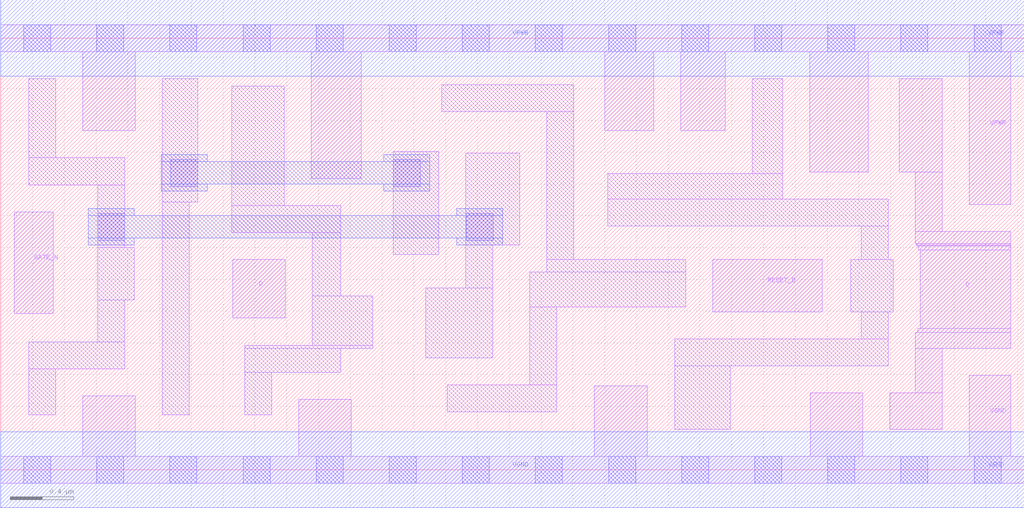
<source format=lef>
# Copyright 2020 The SkyWater PDK Authors
#
# Licensed under the Apache License, Version 2.0 (the "License");
# you may not use this file except in compliance with the License.
# You may obtain a copy of the License at
#
#     https://www.apache.org/licenses/LICENSE-2.0
#
# Unless required by applicable law or agreed to in writing, software
# distributed under the License is distributed on an "AS IS" BASIS,
# WITHOUT WARRANTIES OR CONDITIONS OF ANY KIND, either express or implied.
# See the License for the specific language governing permissions and
# limitations under the License.
#
# SPDX-License-Identifier: Apache-2.0

VERSION 5.7 ;
  NAMESCASESENSITIVE ON ;
  NOWIREEXTENSIONATPIN ON ;
  DIVIDERCHAR "/" ;
  BUSBITCHARS "[]" ;
UNITS
  DATABASE MICRONS 200 ;
END UNITS
MACRO sky130_fd_sc_hd__dlrtn_2
  CLASS CORE ;
  SOURCE USER ;
  FOREIGN sky130_fd_sc_hd__dlrtn_2 ;
  ORIGIN  0.000000  0.000000 ;
  SIZE  6.440000 BY  2.720000 ;
  SYMMETRY X Y R90 ;
  SITE unithd ;
  PIN D
    ANTENNAGATEAREA  0.159000 ;
    DIRECTION INPUT ;
    USE SIGNAL ;
    PORT
      LAYER li1 ;
        RECT 1.460000 0.955000 1.790000 1.325000 ;
    END
  END D
  PIN Q
    ANTENNADIFFAREA  0.480500 ;
    DIRECTION OUTPUT ;
    USE SIGNAL ;
    PORT
      LAYER li1 ;
        RECT 5.595000 0.255000 5.925000 0.485000 ;
        RECT 5.655000 1.875000 5.925000 2.465000 ;
        RECT 5.755000 0.485000 5.925000 0.765000 ;
        RECT 5.755000 0.765000 6.355000 0.865000 ;
        RECT 5.755000 1.425000 6.355000 1.500000 ;
        RECT 5.755000 1.500000 5.925000 1.875000 ;
        RECT 5.760000 1.415000 6.355000 1.425000 ;
        RECT 5.765000 1.410000 6.355000 1.415000 ;
        RECT 5.770000 0.865000 6.355000 0.890000 ;
        RECT 5.775000 1.385000 6.355000 1.410000 ;
        RECT 5.785000 0.890000 6.355000 1.385000 ;
    END
  END Q
  PIN RESET_B
    ANTENNAGATEAREA  0.247500 ;
    DIRECTION INPUT ;
    USE SIGNAL ;
    PORT
      LAYER li1 ;
        RECT 4.480000 0.995000 5.170000 1.325000 ;
    END
  END RESET_B
  PIN GATE_N
    ANTENNAGATEAREA  0.159000 ;
    DIRECTION INPUT ;
    USE CLOCK ;
    PORT
      LAYER li1 ;
        RECT 0.085000 0.985000 0.330000 1.625000 ;
    END
  END GATE_N
  PIN VGND
    DIRECTION INOUT ;
    SHAPE ABUTMENT ;
    USE GROUND ;
    PORT
      LAYER li1 ;
        RECT 0.000000 -0.085000 6.440000 0.085000 ;
        RECT 0.515000  0.085000 0.845000 0.465000 ;
        RECT 1.875000  0.085000 2.205000 0.445000 ;
        RECT 3.735000  0.085000 4.070000 0.530000 ;
        RECT 5.095000  0.085000 5.425000 0.485000 ;
        RECT 6.095000  0.085000 6.355000 0.595000 ;
      LAYER mcon ;
        RECT 0.145000 -0.085000 0.315000 0.085000 ;
        RECT 0.605000 -0.085000 0.775000 0.085000 ;
        RECT 1.065000 -0.085000 1.235000 0.085000 ;
        RECT 1.525000 -0.085000 1.695000 0.085000 ;
        RECT 1.985000 -0.085000 2.155000 0.085000 ;
        RECT 2.445000 -0.085000 2.615000 0.085000 ;
        RECT 2.905000 -0.085000 3.075000 0.085000 ;
        RECT 3.365000 -0.085000 3.535000 0.085000 ;
        RECT 3.825000 -0.085000 3.995000 0.085000 ;
        RECT 4.285000 -0.085000 4.455000 0.085000 ;
        RECT 4.745000 -0.085000 4.915000 0.085000 ;
        RECT 5.205000 -0.085000 5.375000 0.085000 ;
        RECT 5.665000 -0.085000 5.835000 0.085000 ;
        RECT 6.125000 -0.085000 6.295000 0.085000 ;
      LAYER met1 ;
        RECT 0.000000 -0.240000 6.440000 0.240000 ;
    END
  END VGND
  PIN VPWR
    DIRECTION INOUT ;
    SHAPE ABUTMENT ;
    USE POWER ;
    PORT
      LAYER li1 ;
        RECT 0.000000 2.635000 6.440000 2.805000 ;
        RECT 0.515000 2.135000 0.845000 2.635000 ;
        RECT 1.955000 1.835000 2.270000 2.635000 ;
        RECT 3.800000 2.135000 4.110000 2.635000 ;
        RECT 4.280000 2.135000 4.560000 2.635000 ;
        RECT 5.090000 1.875000 5.460000 2.635000 ;
        RECT 6.095000 1.670000 6.355000 2.635000 ;
      LAYER mcon ;
        RECT 0.145000 2.635000 0.315000 2.805000 ;
        RECT 0.605000 2.635000 0.775000 2.805000 ;
        RECT 1.065000 2.635000 1.235000 2.805000 ;
        RECT 1.525000 2.635000 1.695000 2.805000 ;
        RECT 1.985000 2.635000 2.155000 2.805000 ;
        RECT 2.445000 2.635000 2.615000 2.805000 ;
        RECT 2.905000 2.635000 3.075000 2.805000 ;
        RECT 3.365000 2.635000 3.535000 2.805000 ;
        RECT 3.825000 2.635000 3.995000 2.805000 ;
        RECT 4.285000 2.635000 4.455000 2.805000 ;
        RECT 4.745000 2.635000 4.915000 2.805000 ;
        RECT 5.205000 2.635000 5.375000 2.805000 ;
        RECT 5.665000 2.635000 5.835000 2.805000 ;
        RECT 6.125000 2.635000 6.295000 2.805000 ;
      LAYER met1 ;
        RECT 0.000000 2.480000 6.440000 2.960000 ;
    END
  END VPWR
  OBS
    LAYER li1 ;
      RECT 0.175000 0.345000 0.345000 0.635000 ;
      RECT 0.175000 0.635000 0.780000 0.805000 ;
      RECT 0.175000 1.795000 0.780000 1.965000 ;
      RECT 0.175000 1.965000 0.345000 2.465000 ;
      RECT 0.610000 0.805000 0.780000 1.070000 ;
      RECT 0.610000 1.070000 0.840000 1.400000 ;
      RECT 0.610000 1.400000 0.780000 1.795000 ;
      RECT 1.015000 0.345000 1.185000 1.685000 ;
      RECT 1.015000 1.685000 1.240000 2.465000 ;
      RECT 1.455000 1.495000 2.140000 1.665000 ;
      RECT 1.455000 1.665000 1.785000 2.415000 ;
      RECT 1.535000 0.345000 1.705000 0.615000 ;
      RECT 1.535000 0.615000 2.140000 0.765000 ;
      RECT 1.535000 0.765000 2.340000 0.785000 ;
      RECT 1.960000 0.785000 2.340000 1.095000 ;
      RECT 1.960000 1.095000 2.140000 1.495000 ;
      RECT 2.470000 1.355000 2.755000 2.005000 ;
      RECT 2.675000 0.705000 3.095000 1.145000 ;
      RECT 2.775000 2.255000 3.605000 2.425000 ;
      RECT 2.810000 0.365000 3.500000 0.535000 ;
      RECT 2.925000 1.145000 3.095000 1.415000 ;
      RECT 2.925000 1.415000 3.265000 1.995000 ;
      RECT 3.330000 0.535000 3.500000 1.025000 ;
      RECT 3.330000 1.025000 4.310000 1.245000 ;
      RECT 3.435000 1.245000 4.310000 1.325000 ;
      RECT 3.435000 1.325000 3.605000 2.255000 ;
      RECT 3.820000 1.535000 5.585000 1.705000 ;
      RECT 3.820000 1.705000 4.920000 1.865000 ;
      RECT 4.240000 0.255000 4.590000 0.655000 ;
      RECT 4.240000 0.655000 5.585000 0.825000 ;
      RECT 4.730000 1.865000 4.920000 2.465000 ;
      RECT 5.350000 0.995000 5.615000 1.325000 ;
      RECT 5.415000 0.825000 5.585000 0.995000 ;
      RECT 5.415000 1.325000 5.585000 1.535000 ;
    LAYER mcon ;
      RECT 0.610000 1.445000 0.780000 1.615000 ;
      RECT 1.070000 1.785000 1.240000 1.955000 ;
      RECT 2.470000 1.785000 2.640000 1.955000 ;
      RECT 2.930000 1.445000 3.100000 1.615000 ;
    LAYER met1 ;
      RECT 0.550000 1.415000 0.840000 1.460000 ;
      RECT 0.550000 1.460000 3.160000 1.600000 ;
      RECT 0.550000 1.600000 0.840000 1.645000 ;
      RECT 1.010000 1.755000 1.300000 1.800000 ;
      RECT 1.010000 1.800000 2.700000 1.940000 ;
      RECT 1.010000 1.940000 1.300000 1.985000 ;
      RECT 2.410000 1.755000 2.700000 1.800000 ;
      RECT 2.410000 1.940000 2.700000 1.985000 ;
      RECT 2.870000 1.415000 3.160000 1.460000 ;
      RECT 2.870000 1.600000 3.160000 1.645000 ;
  END
END sky130_fd_sc_hd__dlrtn_2
END LIBRARY

</source>
